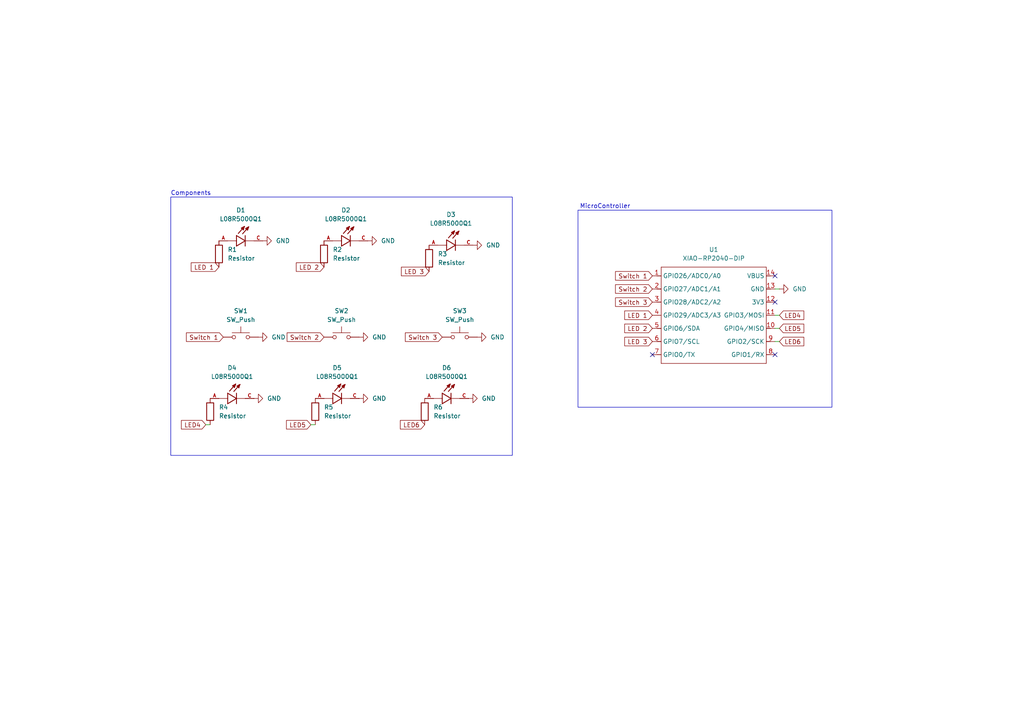
<source format=kicad_sch>
(kicad_sch (version 20250114) (generator "eeschema") (generator_version "9.0")
  (paper "A4")
  (lib_symbols
    (symbol "FIDGET_LED:L08R5000Q1" (pin_names (offset 1.016))
      (property "Reference" "D" (at -3.0988 4.4958 0))
      (property "Value" "L08R5000Q1" (at -3.556 -3.302 0))
      (symbol "L08R5000Q1_0_0"
        (polyline (pts (xy -2.54 1.524) (xy -2.54 0)) (stroke (width 0.254)))
        (polyline (pts (xy -2.54 0) (xy -5.08 0)) (stroke (width 0.1524)))
        (polyline (pts (xy -2.54 0) (xy -2.54 -1.524)) (stroke (width 0.254)))
        (polyline (pts (xy -2.54 -1.524) (xy 0 0)) (stroke (width 0.254)))
        (polyline (pts (xy -1.1176 3.683) (xy -0.2286 4.1656)) (stroke (width 0.254)))
        (polyline (pts (xy -0.9398 3.6068) (xy -0.7112 3.7592)) (stroke (width 0.254)))
        (polyline (pts (xy -0.5588 3.2004) (xy -1.1176 3.683)) (stroke (width 0.254)))
        (polyline (pts (xy -0.5588 3.2004) (xy -0.5334 3.937)) (stroke (width 0.254)))
        (polyline (pts (xy -0.5334 3.937) (xy -0.6604 3.937)) (stroke (width 0.254)))
        (polyline (pts (xy -0.2286 4.1656) (xy -2.0066 2.1336)) (stroke (width 0.254)))
        (polyline (pts (xy -0.2286 4.1656) (xy -0.5588 3.2004)) (stroke (width 0.254)))
        (polyline (pts (xy 0 1.524) (xy 0 0)) (stroke (width 0.254)))
        (polyline (pts (xy 0 0) (xy -2.54 1.524)) (stroke (width 0.254)))
        (polyline (pts (xy 0 0) (xy 0 -1.524)) (stroke (width 0.254)))
        (polyline (pts (xy 0.127 3.5814) (xy 1.016 4.064)) (stroke (width 0.254)))
        (polyline (pts (xy 0.3048 3.5052) (xy 0.5334 3.6576)) (stroke (width 0.254)))
        (polyline (pts (xy 0.6858 3.0988) (xy 0.127 3.5814)) (stroke (width 0.254)))
        (polyline (pts (xy 0.6858 3.0988) (xy 0.7112 3.8354)) (stroke (width 0.254)))
        (polyline (pts (xy 0.7112 3.8354) (xy 0.5842 3.8354)) (stroke (width 0.254)))
        (polyline (pts (xy 1.016 4.064) (xy -0.762 2.032)) (stroke (width 0.254)))
        (polyline (pts (xy 1.016 4.064) (xy 0.6858 3.0988)) (stroke (width 0.254)))
        (polyline (pts (xy 2.54 0) (xy 0 0)) (stroke (width 0.1524)))
        (pin passive line (at -7.62 0 0) (length 2.54) (name "~") (number "A"))
        (pin passive line (at 5.08 0 180) (length 2.54) (name "~") (number "C"))
      )
    )
    (symbol "RP2040_DIP:XIAO-RP2040-DIP"
      (property "Reference" "U" (at 0 0 0))
      (property "Value" "XIAO-RP2040-DIP" (at 5.334 -1.778 0))
      (symbol "XIAO-RP2040-DIP_1_0"
        (polyline (pts (xy -1.27 -2.54) (xy 29.21 -2.54)) (stroke (width 0.1524)))
        (polyline (pts (xy -1.27 -5.08) (xy -2.54 -5.08)) (stroke (width 0.1524)))
        (polyline (pts (xy -1.27 -5.08) (xy -1.27 -2.54)) (stroke (width 0.1524)))
        (polyline (pts (xy -1.27 -8.89) (xy -2.54 -8.89)) (stroke (width 0.1524)))
        (polyline (pts (xy -1.27 -8.89) (xy -1.27 -5.08)) (stroke (width 0.1524)))
        (polyline (pts (xy -1.27 -12.7) (xy -2.54 -12.7)) (stroke (width 0.1524)))
        (polyline (pts (xy -1.27 -12.7) (xy -1.27 -8.89)) (stroke (width 0.1524)))
        (polyline (pts (xy -1.27 -16.51) (xy -2.54 -16.51)) (stroke (width 0.1524)))
        (polyline (pts (xy -1.27 -16.51) (xy -1.27 -12.7)) (stroke (width 0.1524)))
        (polyline (pts (xy -1.27 -20.32) (xy -2.54 -20.32)) (stroke (width 0.1524)))
        (polyline (pts (xy -1.27 -24.13) (xy -2.54 -24.13)) (stroke (width 0.1524)))
        (polyline (pts (xy -1.27 -27.94) (xy -2.54 -27.94)) (stroke (width 0.1524)))
        (polyline (pts (xy -1.27 -30.48) (xy -1.27 -16.51)) (stroke (width 0.1524)))
        (polyline (pts (xy 29.21 -2.54) (xy 29.21 -5.08)) (stroke (width 0.1524)))
        (polyline (pts (xy 29.21 -5.08) (xy 29.21 -8.89)) (stroke (width 0.1524)))
        (polyline (pts (xy 29.21 -8.89) (xy 29.21 -12.7)) (stroke (width 0.1524)))
        (polyline (pts (xy 29.21 -12.7) (xy 29.21 -30.48)) (stroke (width 0.1524)))
        (polyline (pts (xy 29.21 -30.48) (xy -1.27 -30.48)) (stroke (width 0.1524)))
        (polyline (pts (xy 30.48 -5.08) (xy 29.21 -5.08)) (stroke (width 0.1524)))
        (polyline (pts (xy 30.48 -8.89) (xy 29.21 -8.89)) (stroke (width 0.1524)))
        (polyline (pts (xy 30.48 -12.7) (xy 29.21 -12.7)) (stroke (width 0.1524)))
        (polyline (pts (xy 30.48 -16.51) (xy 29.21 -16.51)) (stroke (width 0.1524)))
        (polyline (pts (xy 30.48 -20.32) (xy 29.21 -20.32)) (stroke (width 0.1524)))
        (polyline (pts (xy 30.48 -24.13) (xy 29.21 -24.13)) (stroke (width 0.1524)))
        (polyline (pts (xy 30.48 -27.94) (xy 29.21 -27.94)) (stroke (width 0.1524)))
        (pin passive line (at -3.81 -5.08 0) (length 2.54) (name "GPIO26/ADC0/A0") (number "1"))
        (pin passive line (at -3.81 -8.89 0) (length 2.54) (name "GPIO27/ADC1/A1") (number "2"))
        (pin passive line (at -3.81 -12.7 0) (length 2.54) (name "GPIO28/ADC2/A2") (number "3"))
        (pin passive line (at -3.81 -16.51 0) (length 2.54) (name "GPIO29/ADC3/A3") (number "4"))
        (pin passive line (at -3.81 -20.32 0) (length 2.54) (name "GPIO6/SDA") (number "5"))
        (pin passive line (at -3.81 -24.13 0) (length 2.54) (name "GPIO7/SCL") (number "6"))
        (pin passive line (at -3.81 -27.94 0) (length 2.54) (name "GPIO0/TX") (number "7"))
        (pin passive line (at 31.75 -5.08 180) (length 2.54) (name "VBUS") (number "14"))
        (pin passive line (at 31.75 -8.89 180) (length 2.54) (name "GND") (number "13"))
        (pin passive line (at 31.75 -12.7 180) (length 2.54) (name "3V3") (number "12"))
        (pin passive line (at 31.75 -16.51 180) (length 2.54) (name "GPIO3/MOSI") (number "11"))
        (pin passive line (at 31.75 -20.32 180) (length 2.54) (name "GPIO4/MISO") (number "10"))
        (pin passive line (at 31.75 -24.13 180) (length 2.54) (name "GPIO2/SCK") (number "9"))
        (pin passive line (at 31.75 -27.94 180) (length 2.54) (name "GPIO1/RX") (number "8"))
      )
    )
    (symbol "SCOTTO_KEEBS:Placeholder_Resistor" (pin_numbers (hide yes)) (pin_names (offset 0))
      (property "Reference" "R" (at 0 2.032 0))
      (property "Value" "Resistor" (at 0 -2.54 0))
      (symbol "Placeholder_Resistor_0_1"
        (rectangle (start 2.54 -1.016) (end -2.54 1.016) (stroke (width 0.254)))
      )
      (symbol "Placeholder_Resistor_1_1"
        (pin passive line (at -3.81 0 0) (length 1.27) (name "~") (number "1"))
        (pin passive line (at 3.81 0 180) (length 1.27) (name "~") (number "2"))
      )
    )
    (symbol "Switch:SW_Push" (pin_numbers (hide yes)) (pin_names (offset 1.016) (hide yes))
      (property "Reference" "SW" (at 1.27 2.54 0))
      (property "Value" "SW_Push" (at 0 -1.524 0))
      (symbol "SW_Push_0_1"
        (circle (center -2.032 0) (radius 0.508))
        (polyline (pts (xy 0 1.27) (xy 0 3.048)))
        (circle (center 2.032 0) (radius 0.508))
        (polyline (pts (xy 2.54 1.27) (xy -2.54 1.27)))
        (pin passive line (at -5.08 0 0) (length 2.54) (name "1") (number "1"))
        (pin passive line (at 5.08 0 180) (length 2.54) (name "2") (number "2"))
      )
    )
    (symbol "power:GND" (power) (pin_numbers (hide yes)) (pin_names (offset 0) (hide yes))
      (property "Value" "GND" (at 0 -3.81 0))
      (symbol "GND_0_1"
        (polyline (pts (xy 0 0) (xy 0 -1.27) (xy 1.27 -1.27) (xy 0 -2.54) (xy -1.27 -1.27) (xy 0 -1.27)))
      )
      (symbol "GND_1_1"
        (pin power_in line (at 0 0 270) (length 0) (name "~") (number "1"))
      )
    )
  )
  (rectangle (start 49.53 57.15) (end 148.59 132.08))
  (rectangle (start 241.3 118.11) (end 167.64 60.96))
  (text "Components\n" (at 55.372 56.134 0) (effects (font (size 1.27 1.27))))
  (text "MicroController\n" (at 175.514 59.944 0) (effects (font (size 1.27 1.27))))
  (no_connect (at 224.79 87.63))
  (no_connect (at 224.79 80.01))
  (no_connect (at 224.79 102.87))
  (no_connect (at 189.23 102.87))
  (wire (pts (xy 90.17 123.19) (xy 91.44 123.19)))
  (wire (pts (xy 226.06 83.82) (xy 224.79 83.82)))
  (wire (pts (xy 226.06 95.25) (xy 224.79 95.25)))
  (wire (pts (xy 226.06 91.44) (xy 224.79 91.44)))
  (wire (pts (xy 59.69 123.19) (xy 60.96 123.19)))
  (wire (pts (xy 226.06 99.06) (xy 224.79 99.06)))
  (global_label "Switch 3" (shape input) (at 189.23 87.63 180) (property "Intersheetrefs" "${INTERSHEET_REFS}" (effects (hide yes))))
  (global_label "LED 2" (shape input) (at 189.23 95.25 180) (property "Intersheetrefs" "${INTERSHEET_REFS}" (effects (hide yes))))
  (global_label "Switch 1" (shape input) (at 64.77 97.79 180) (property "Intersheetrefs" "${INTERSHEET_REFS}" (effects (hide yes))))
  (global_label "LED 1" (shape input) (at 189.23 91.44 180) (property "Intersheetrefs" "${INTERSHEET_REFS}" (effects (hide yes))))
  (global_label "Switch 1" (shape input) (at 189.23 80.01 180) (property "Intersheetrefs" "${INTERSHEET_REFS}" (effects (hide yes))))
  (global_label "Switch 2" (shape input) (at 189.23 83.82 180) (property "Intersheetrefs" "${INTERSHEET_REFS}" (effects (hide yes))))
  (global_label "LED 2" (shape input) (at 93.98 77.47 180) (property "Intersheetrefs" "${INTERSHEET_REFS}" (effects (hide yes))))
  (global_label "Switch 3" (shape input) (at 128.27 97.79 180) (property "Intersheetrefs" "${INTERSHEET_REFS}" (effects (hide yes))))
  (global_label "LED4" (shape input) (at 226.06 91.44 0) (property "Intersheetrefs" "${INTERSHEET_REFS}" (effects (hide yes))))
  (global_label "LED6" (shape input) (at 123.19 123.19 180) (property "Intersheetrefs" "${INTERSHEET_REFS}" (effects (hide yes))))
  (global_label "LED6" (shape input) (at 226.06 99.06 0) (property "Intersheetrefs" "${INTERSHEET_REFS}" (effects (hide yes))))
  (global_label "LED5" (shape input) (at 90.17 123.19 180) (property "Intersheetrefs" "${INTERSHEET_REFS}" (effects (hide yes))))
  (global_label "Switch 2" (shape input) (at 93.98 97.79 180) (property "Intersheetrefs" "${INTERSHEET_REFS}" (effects (hide yes))))
  (global_label "LED 3" (shape input) (at 124.46 78.74 180) (property "Intersheetrefs" "${INTERSHEET_REFS}" (effects (hide yes))))
  (global_label "LED 3" (shape input) (at 189.23 99.06 180) (property "Intersheetrefs" "${INTERSHEET_REFS}" (effects (hide yes))))
  (global_label "LED4" (shape input) (at 59.69 123.19 180) (property "Intersheetrefs" "${INTERSHEET_REFS}" (effects (hide yes))))
  (global_label "LED 1" (shape input) (at 63.5 77.47 180) (property "Intersheetrefs" "${INTERSHEET_REFS}" (effects (hide yes))))
  (global_label "LED5" (shape input) (at 226.06 95.25 0) (property "Intersheetrefs" "${INTERSHEET_REFS}" (effects (hide yes))))
  (symbol (lib_id "power:GND") (at 73.66 115.57 90) (unit 1)
    (property "Reference" "#PWR05" (effects (hide yes)))
    (property "Value" "GND" (at 77.47 115.5699 90) (effects (justify right)))
    (property "Description" "Power symbol creates a global label with name \"GND\" , ground" (effects (hide yes)))
  )
  (symbol (lib_id "SCOTTO_KEEBS:Placeholder_Resistor") (at 63.5 73.66 90) (unit 1)
    (property "Reference" "R1" (at 66.04 72.3899 90) (effects (justify right)))
    (property "Value" "Resistor" (at 66.04 74.9299 90) (effects (justify right)))
    (property "Footprint" "Resistor_THT:R_Axial_DIN0204_L3.6mm_D1.6mm_P5.08mm_Horizontal" (effects (hide yes)))
    (property "Description" "Resistor" (effects (hide yes)))
  )
  (symbol (lib_id "power:GND") (at 226.06 83.82 90) (unit 1)
    (property "Reference" "#PWR01" (effects (hide yes)))
    (property "Value" "GND" (at 229.87 83.8199 90) (effects (justify right)))
    (property "Description" "Power symbol creates a global label with name \"GND\" , ground" (effects (hide yes)))
  )
  (symbol (lib_id "power:GND") (at 137.16 71.12 90) (unit 1)
    (property "Reference" "#PWR010" (effects (hide yes)))
    (property "Value" "GND" (at 140.97 71.1199 90) (effects (justify right)))
    (property "Description" "Power symbol creates a global label with name \"GND\" , ground" (effects (hide yes)))
  )
  (symbol (lib_id "Switch:SW_Push") (at 99.06 97.79 0) (unit 1)
    (property "Reference" "SW2" (at 99.06 90.17 0))
    (property "Value" "SW_Push" (at 99.06 92.71 0))
    (property "Footprint" "Button_Switch_Keyboard:SW_Cherry_MX_1.00u_PCB" (effects (hide yes)))
    (property "Description" "Push button switch, generic, two pins" (effects (hide yes)))
  )
  (symbol (lib_id "power:GND") (at 104.14 97.79 90) (unit 1)
    (property "Reference" "#PWR03" (effects (hide yes)))
    (property "Value" "GND" (at 107.95 97.7899 90) (effects (justify right)))
    (property "Description" "Power symbol creates a global label with name \"GND\" , ground" (effects (hide yes)))
  )
  (symbol (lib_id "Switch:SW_Push") (at 69.85 97.79 0) (unit 1)
    (property "Reference" "SW1" (at 69.85 90.17 0))
    (property "Value" "SW_Push" (at 69.85 92.71 0))
    (property "Footprint" "Button_Switch_Keyboard:SW_Cherry_MX_1.00u_PCB" (effects (hide yes)))
    (property "Description" "Push button switch, generic, two pins" (effects (hide yes)))
  )
  (symbol (lib_id "SCOTTO_KEEBS:Placeholder_Resistor") (at 91.44 119.38 90) (unit 1)
    (property "Reference" "R5" (at 93.98 118.1099 90) (effects (justify right)))
    (property "Value" "Resistor" (at 93.98 120.6499 90) (effects (justify right)))
    (property "Footprint" "Resistor_THT:R_Axial_DIN0204_L3.6mm_D1.6mm_P5.08mm_Horizontal" (effects (hide yes)))
    (property "Description" "Resistor" (effects (hide yes)))
  )
  (symbol (lib_id "SCOTTO_KEEBS:Placeholder_Resistor") (at 93.98 73.66 90) (unit 1)
    (property "Reference" "R2" (at 96.52 72.3899 90) (effects (justify right)))
    (property "Value" "Resistor" (at 96.52 74.9299 90) (effects (justify right)))
    (property "Footprint" "Resistor_THT:R_Axial_DIN0204_L3.6mm_D1.6mm_P5.08mm_Horizontal" (effects (hide yes)))
    (property "Description" "Resistor" (effects (hide yes)))
  )
  (symbol (lib_id "FIDGET_LED:L08R5000Q1") (at 101.6 69.85 0) (unit 1)
    (property "Reference" "D2" (at 100.33 60.96 0))
    (property "Value" "L08R5000Q1" (at 100.33 63.5 0))
    (property "Footprint" "footprints:LEDRD254W57D500H1070" (effects (hide yes)))
    (property "MF" "LED Technology" (effects (hide yes)))
    (property "MAXIMUM_PACKAGE_HEIGHT" "10.7mm" (effects (hide yes)))
    (property "Package" "None" (effects (hide yes)))
    (property "Price" "None" (effects (hide yes)))
    (property "Check_prices" "https://www.snapeda.com/parts/L08R5000Q1/LED+Technology/view-part/?ref=eda" (effects (hide yes)))
    (property "STANDARD" "IPC-7351B" (effects (hide yes)))
    (property "PARTREV" "NA" (effects (hide yes)))
    (property "SnapEDA_Link" "https://www.snapeda.com/parts/L08R5000Q1/LED+Technology/view-part/?ref=snap" (effects (hide yes)))
    (property "MP" "L08R5000Q1" (effects (hide yes)))
    (property "Description_1" "LED, 5MM, ORANGE; LED / Lamp Size: 5mm / T-1 3/4; LED Colour: Orange; Typ Luminous Intensity: 4.3mcd; Viewing Angle: ..." (effects (hide yes)))
    (property "Availability" "Not in stock" (effects (hide yes)))
    (property "MANUFACTURER" "LED TECHNOLOGY" (effects (hide yes)))
  )
  (symbol (lib_id "power:GND") (at 106.68 69.85 90) (unit 1)
    (property "Reference" "#PWR09" (effects (hide yes)))
    (property "Value" "GND" (at 110.49 69.8499 90) (effects (justify right)))
    (property "Description" "Power symbol creates a global label with name \"GND\" , ground" (effects (hide yes)))
  )
  (symbol (lib_id "FIDGET_LED:L08R5000Q1") (at 132.08 71.12 0) (unit 1)
    (property "Reference" "D3" (at 130.81 62.23 0))
    (property "Value" "L08R5000Q1" (at 130.81 64.77 0))
    (property "Footprint" "footprints:LEDRD254W57D500H1070" (effects (hide yes)))
    (property "MF" "LED Technology" (effects (hide yes)))
    (property "MAXIMUM_PACKAGE_HEIGHT" "10.7mm" (effects (hide yes)))
    (property "Package" "None" (effects (hide yes)))
    (property "Price" "None" (effects (hide yes)))
    (property "Check_prices" "https://www.snapeda.com/parts/L08R5000Q1/LED+Technology/view-part/?ref=eda" (effects (hide yes)))
    (property "STANDARD" "IPC-7351B" (effects (hide yes)))
    (property "PARTREV" "NA" (effects (hide yes)))
    (property "SnapEDA_Link" "https://www.snapeda.com/parts/L08R5000Q1/LED+Technology/view-part/?ref=snap" (effects (hide yes)))
    (property "MP" "L08R5000Q1" (effects (hide yes)))
    (property "Description_1" "LED, 5MM, ORANGE; LED / Lamp Size: 5mm / T-1 3/4; LED Colour: Orange; Typ Luminous Intensity: 4.3mcd; Viewing Angle: ..." (effects (hide yes)))
    (property "Availability" "Not in stock" (effects (hide yes)))
    (property "MANUFACTURER" "LED TECHNOLOGY" (effects (hide yes)))
  )
  (symbol (lib_id "power:GND") (at 76.2 69.85 90) (unit 1)
    (property "Reference" "#PWR08" (effects (hide yes)))
    (property "Value" "GND" (at 80.01 69.8499 90) (effects (justify right)))
    (property "Description" "Power symbol creates a global label with name \"GND\" , ground" (effects (hide yes)))
  )
  (symbol (lib_id "power:GND") (at 138.43 97.79 90) (unit 1)
    (property "Reference" "#PWR02" (effects (hide yes)))
    (property "Value" "GND" (at 142.24 97.7899 90) (effects (justify right)))
    (property "Description" "Power symbol creates a global label with name \"GND\" , ground" (effects (hide yes)))
  )
  (symbol (lib_id "FIDGET_LED:L08R5000Q1") (at 99.06 115.57 0) (unit 1)
    (property "Reference" "D5" (at 97.79 106.68 0))
    (property "Value" "L08R5000Q1" (at 97.79 109.22 0))
    (property "Footprint" "footprints:LEDRD254W57D500H1070" (effects (hide yes)))
    (property "MF" "LED Technology" (effects (hide yes)))
    (property "MAXIMUM_PACKAGE_HEIGHT" "10.7mm" (effects (hide yes)))
    (property "Package" "None" (effects (hide yes)))
    (property "Price" "None" (effects (hide yes)))
    (property "Check_prices" "https://www.snapeda.com/parts/L08R5000Q1/LED+Technology/view-part/?ref=eda" (effects (hide yes)))
    (property "STANDARD" "IPC-7351B" (effects (hide yes)))
    (property "PARTREV" "NA" (effects (hide yes)))
    (property "SnapEDA_Link" "https://www.snapeda.com/parts/L08R5000Q1/LED+Technology/view-part/?ref=snap" (effects (hide yes)))
    (property "MP" "L08R5000Q1" (effects (hide yes)))
    (property "Description_1" "LED, 5MM, ORANGE; LED / Lamp Size: 5mm / T-1 3/4; LED Colour: Orange; Typ Luminous Intensity: 4.3mcd; Viewing Angle: ..." (effects (hide yes)))
    (property "Availability" "Not in stock" (effects (hide yes)))
    (property "MANUFACTURER" "LED TECHNOLOGY" (effects (hide yes)))
  )
  (symbol (lib_id "Switch:SW_Push") (at 133.35 97.79 0) (unit 1)
    (property "Reference" "SW3" (at 133.35 90.17 0))
    (property "Value" "SW_Push" (at 133.35 92.71 0))
    (property "Footprint" "Button_Switch_Keyboard:SW_Cherry_MX_1.00u_PCB" (effects (hide yes)))
    (property "Description" "Push button switch, generic, two pins" (effects (hide yes)))
  )
  (symbol (lib_id "SCOTTO_KEEBS:Placeholder_Resistor") (at 123.19 119.38 90) (unit 1)
    (property "Reference" "R6" (at 125.73 118.1099 90) (effects (justify right)))
    (property "Value" "Resistor" (at 125.73 120.6499 90) (effects (justify right)))
    (property "Footprint" "Resistor_THT:R_Axial_DIN0204_L3.6mm_D1.6mm_P5.08mm_Horizontal" (effects (hide yes)))
    (property "Description" "Resistor" (effects (hide yes)))
  )
  (symbol (lib_id "FIDGET_LED:L08R5000Q1") (at 68.58 115.57 0) (unit 1)
    (property "Reference" "D4" (at 67.31 106.68 0))
    (property "Value" "L08R5000Q1" (at 67.31 109.22 0))
    (property "Footprint" "footprints:LEDRD254W57D500H1070" (effects (hide yes)))
    (property "MF" "LED Technology" (effects (hide yes)))
    (property "MAXIMUM_PACKAGE_HEIGHT" "10.7mm" (effects (hide yes)))
    (property "Package" "None" (effects (hide yes)))
    (property "Price" "None" (effects (hide yes)))
    (property "Check_prices" "https://www.snapeda.com/parts/L08R5000Q1/LED+Technology/view-part/?ref=eda" (effects (hide yes)))
    (property "STANDARD" "IPC-7351B" (effects (hide yes)))
    (property "PARTREV" "NA" (effects (hide yes)))
    (property "SnapEDA_Link" "https://www.snapeda.com/parts/L08R5000Q1/LED+Technology/view-part/?ref=snap" (effects (hide yes)))
    (property "MP" "L08R5000Q1" (effects (hide yes)))
    (property "Description_1" "LED, 5MM, ORANGE; LED / Lamp Size: 5mm / T-1 3/4; LED Colour: Orange; Typ Luminous Intensity: 4.3mcd; Viewing Angle: ..." (effects (hide yes)))
    (property "Availability" "Not in stock" (effects (hide yes)))
    (property "MANUFACTURER" "LED TECHNOLOGY" (effects (hide yes)))
  )
  (symbol (lib_id "power:GND") (at 135.89 115.57 90) (unit 1)
    (property "Reference" "#PWR07" (effects (hide yes)))
    (property "Value" "GND" (at 139.7 115.5699 90) (effects (justify right)))
    (property "Description" "Power symbol creates a global label with name \"GND\" , ground" (effects (hide yes)))
  )
  (symbol (lib_id "power:GND") (at 74.93 97.79 90) (unit 1)
    (property "Reference" "#PWR04" (effects (hide yes)))
    (property "Value" "GND" (at 78.74 97.7899 90) (effects (justify right)))
    (property "Description" "Power symbol creates a global label with name \"GND\" , ground" (effects (hide yes)))
  )
  (symbol (lib_id "FIDGET_LED:L08R5000Q1") (at 130.81 115.57 0) (unit 1)
    (property "Reference" "D6" (at 129.54 106.68 0))
    (property "Value" "L08R5000Q1" (at 129.54 109.22 0))
    (property "Footprint" "footprints:LEDRD254W57D500H1070" (effects (hide yes)))
    (property "MF" "LED Technology" (effects (hide yes)))
    (property "MAXIMUM_PACKAGE_HEIGHT" "10.7mm" (effects (hide yes)))
    (property "Package" "None" (effects (hide yes)))
    (property "Price" "None" (effects (hide yes)))
    (property "Check_prices" "https://www.snapeda.com/parts/L08R5000Q1/LED+Technology/view-part/?ref=eda" (effects (hide yes)))
    (property "STANDARD" "IPC-7351B" (effects (hide yes)))
    (property "PARTREV" "NA" (effects (hide yes)))
    (property "SnapEDA_Link" "https://www.snapeda.com/parts/L08R5000Q1/LED+Technology/view-part/?ref=snap" (effects (hide yes)))
    (property "MP" "L08R5000Q1" (effects (hide yes)))
    (property "Description_1" "LED, 5MM, ORANGE; LED / Lamp Size: 5mm / T-1 3/4; LED Colour: Orange; Typ Luminous Intensity: 4.3mcd; Viewing Angle: ..." (effects (hide yes)))
    (property "Availability" "Not in stock" (effects (hide yes)))
    (property "MANUFACTURER" "LED TECHNOLOGY" (effects (hide yes)))
  )
  (symbol (lib_id "SCOTTO_KEEBS:Placeholder_Resistor") (at 60.96 119.38 90) (unit 1)
    (property "Reference" "R4" (at 63.5 118.1099 90) (effects (justify right)))
    (property "Value" "Resistor" (at 63.5 120.6499 90) (effects (justify right)))
    (property "Footprint" "Resistor_THT:R_Axial_DIN0204_L3.6mm_D1.6mm_P5.08mm_Horizontal" (effects (hide yes)))
    (property "Description" "Resistor" (effects (hide yes)))
  )
  (symbol (lib_id "RP2040_DIP:XIAO-RP2040-DIP") (at 193.04 74.93 0) (unit 1)
    (property "Reference" "U1" (at 207.01 72.39 0))
    (property "Value" "XIAO-RP2040-DIP" (at 207.01 74.93 0))
    (property "Footprint" "footprints:XIAO-RP2040-DIP" (effects (hide yes)))
  )
  (symbol (lib_id "SCOTTO_KEEBS:Placeholder_Resistor") (at 124.46 74.93 90) (unit 1)
    (property "Reference" "R3" (at 127 73.6599 90) (effects (justify right)))
    (property "Value" "Resistor" (at 127 76.1999 90) (effects (justify right)))
    (property "Footprint" "Resistor_THT:R_Axial_DIN0204_L3.6mm_D1.6mm_P5.08mm_Horizontal" (effects (hide yes)))
    (property "Description" "Resistor" (effects (hide yes)))
  )
  (symbol (lib_id "FIDGET_LED:L08R5000Q1") (at 71.12 69.85 0) (unit 1)
    (property "Reference" "D1" (at 69.85 60.96 0))
    (property "Value" "L08R5000Q1" (at 69.85 63.5 0))
    (property "Footprint" "footprints:LEDRD254W57D500H1070" (effects (hide yes)))
    (property "MF" "LED Technology" (effects (hide yes)))
    (property "MAXIMUM_PACKAGE_HEIGHT" "10.7mm" (effects (hide yes)))
    (property "Package" "None" (effects (hide yes)))
    (property "Price" "None" (effects (hide yes)))
    (property "Check_prices" "https://www.snapeda.com/parts/L08R5000Q1/LED+Technology/view-part/?ref=eda" (effects (hide yes)))
    (property "STANDARD" "IPC-7351B" (effects (hide yes)))
    (property "PARTREV" "NA" (effects (hide yes)))
    (property "SnapEDA_Link" "https://www.snapeda.com/parts/L08R5000Q1/LED+Technology/view-part/?ref=snap" (effects (hide yes)))
    (property "MP" "L08R5000Q1" (effects (hide yes)))
    (property "Description_1" "LED, 5MM, ORANGE; LED / Lamp Size: 5mm / T-1 3/4; LED Colour: Orange; Typ Luminous Intensity: 4.3mcd; Viewing Angle: ..." (effects (hide yes)))
    (property "Availability" "Not in stock" (effects (hide yes)))
    (property "MANUFACTURER" "LED TECHNOLOGY" (effects (hide yes)))
  )
  (symbol (lib_id "power:GND") (at 104.14 115.57 90) (unit 1)
    (property "Reference" "#PWR06" (effects (hide yes)))
    (property "Value" "GND" (at 107.95 115.5699 90) (effects (justify right)))
    (property "Description" "Power symbol creates a global label with name \"GND\" , ground" (effects (hide yes)))
  )
)
</source>
